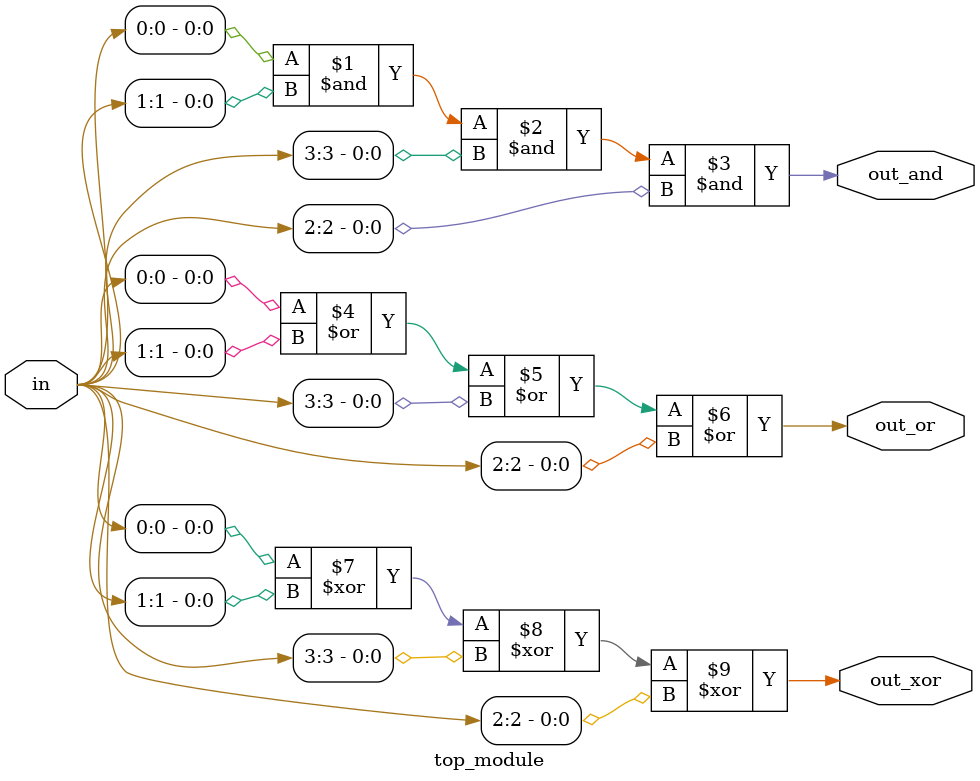
<source format=v>
module top_module( 
    input [3:0] in,
    output out_and,
    output out_or,
    output out_xor
);
    assign out_and = (in[0] & in[1] & in[3] & in[2]);
    assign out_or = (in[0] | in[1] | in[3] | in[2]);
    assign out_xor = (in[0] ^ in[1] ^in[3] ^ in[2]);
endmodule
</source>
